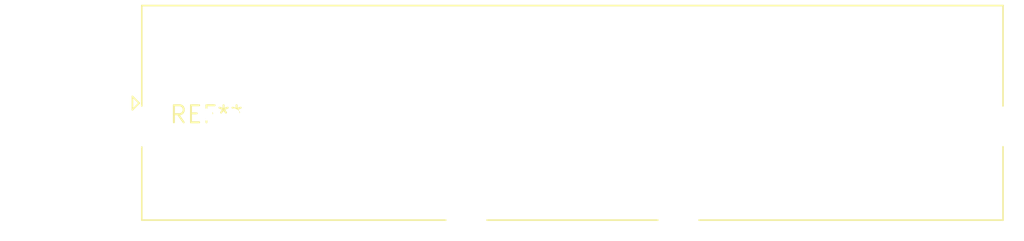
<source format=kicad_pcb>
(kicad_pcb (version 20240108) (generator pcbnew)
  (layers (0 "F.Cu" signal) (31 "B.Cu" signal) (34 "B.Paste" user) (35 "F.Paste" user) (36 "B.SilkS" user "B.Silkscreen") (37 "F.SilkS" user "F.Silkscreen") (38 "B.Mask" user) (39 "F.Mask" user) (44 "Edge.Cuts" user))
  (net 0 "")
  (footprint "RJ45_Amphenol_RJHSE538X-04" (layer "F.Cu") (at 0 0)
    (property "Reference" "REF**")
    (property "Value" "RJ45_Amphenol_RJHSE538X-04")
    (fp_line (start -5.5 -1.35) (end -5 -0.85) (layer "F.SilkS") (stroke (width 0.12)))
    (fp_line (start -5.5 -0.35) (end -5.5 -1.35) (layer "F.SilkS") (stroke (width 0.12)))
    (fp_line (start -5 -0.85) (end -5.5 -0.35) (layer "F.SilkS") (stroke (width 0.12)))
    (fp_line (start -4.805 -8.11) (end -4.805 -0.64) (layer "F.SilkS") (stroke (width 0.12)))
    (fp_line (start -4.805 -8.11) (end 59.175 -8.11) (layer "F.SilkS") (stroke (width 0.12)))
    (fp_line (start -4.805 7.86) (end -4.805 2.42) (layer "F.SilkS") (stroke (width 0.12)))
    (fp_line (start -4.805 7.86) (end 17.78 7.86) (layer "F.SilkS") (stroke (width 0.12)))
    (fp_line (start 33.53 7.86) (end 20.84 7.86) (layer "F.SilkS") (stroke (width 0.12)))
    (fp_line (start 36.59 7.86) (end 59.175 7.86) (layer "F.SilkS") (stroke (width 0.12)))
    (fp_line (start 59.175 -8.11) (end 59.175 -0.64) (layer "F.SilkS") (stroke (width 0.12)))
    (fp_line (start 59.175 7.86) (end 59.175 2.4) (layer "F.SilkS") (stroke (width 0.12)))
    (pad "" np_thru_hole circle (at -2.79 -2.54) (size 3.25 3.25) (drill 3.25) (layers *.Cu *.Mask))
    (pad "" np_thru_hole circle (at 57.15 -2.54) (size 3.25 3.25) (drill 3.25) (layers F&B.Cu *.Mask))
    (pad "1" thru_hole rect (at 0 0) (size 1.5 1.5) (drill 0.89) (layers *.Cu *.Mask) (remove_unused_layers))
    (pad "2" thru_hole circle (at 1.016 1.78) (size 1.5 1.5) (drill 0.89) (layers *.Cu *.Mask) (remove_unused_layers))
    (pad "3" thru_hole circle (at 2.032 0) (size 1.5 1.5) (drill 0.89) (layers *.Cu *.Mask) (remove_unused_layers))
    (pad "4" thru_hole circle (at 3.048 1.78) (size 1.5 1.5) (drill 0.89) (layers *.Cu *.Mask) (remove_unused_layers))
    (pad "5" thru_hole circle (at 4.064 0) (size 1.5 1.5) (drill 0.89) (layers *.Cu *.Mask) (remove_unused_layers))
    (pad "6" thru_hole circle (at 5.08 1.78) (size 1.5 1.5) (drill 0.89) (layers *.Cu *.Mask) (remove_unused_layers))
    (pad "7" thru_hole circle (at 6.096 0) (size 1.5 1.5) (drill 0.89) (layers *.Cu *.Mask) (remove_unused_layers))
    (pad "8" thru_hole circle (at 7.112 1.78) (size 1.5 1.5) (drill 0.89) (layers *.Cu *.Mask) (remove_unused_layers))
    (pad "9" thru_hole circle (at -3.3 6.6) (size 1.5 1.5) (drill 0.89) (layers *.Cu *.Mask) (remove_unused_layers))
    (pad "10" thru_hole circle (at -1.01 6.6) (size 1.5 1.5) (drill 0.89) (layers *.Cu *.Mask) (remove_unused_layers))
    (pad "11" thru_hole circle (at 8.13 6.6) (size 1.5 1.5) (drill 0.89) (layers *.Cu *.Mask) (remove_unused_layers))
    (pad "12" thru_hole circle (at 10.42 6.6) (size 1.5 1.5) (drill 0.89) (layers *.Cu *.Mask) (remove_unused_layers))
    (pad "13" thru_hole circle (at 15.75 0) (size 1.5 1.5) (drill 0.89) (layers *.Cu *.Mask) (remove_unused_layers))
    (pad "14" thru_hole circle (at 16.766 1.78) (size 1.5 1.5) (drill 0.89) (layers *.Cu *.Mask) (remove_unused_layers))
    (pad "15" thru_hole circle (at 17.782 0) (size 1.5 1.5) (drill 0.89) (layers *.Cu *.Mask) (remove_unused_layers))
    (pad "16" thru_hole circle (at 18.798 1.78) (size 1.5 1.5) (drill 0.89) (layers *.Cu *.Mask) (remove_unused_layers))
    (pad "17" thru_hole circle (at 19.814 0) (size 1.5 1.5) (drill 0.89) (layers *.Cu *.Mask) (remove_unused_layers))
    (pad "18" thru_hole circle (at 20.83 1.78) (size 1.5 1.5) (drill 0.89) (layers *.Cu *.Mask) (remove_unused_layers))
    (pad "19" thru_hole circle (at 21.846 0) (size 1.5 1.5) (drill 0.89) (layers *.Cu *.Mask) (remove_unused_layers))
    (pad "20" thru_hole circle (at 22.862 1.78) (size 1.5 1.5) (drill 0.89) (layers *.Cu *.Mask) (remove_unused_layers))
    (pad "21" thru_hole circle (at 12.45 6.6) (size 1.5 1.5) (drill 0.89) (layers *.Cu *.Mask) (remove_unused_layers))
    (pad "22" thru_hole circle (at 14.74 6.6) (size 1.5 1.5) (drill 0.89) (layers *.Cu *.Mask) (remove_unused_layers))
    (pad "23" thru_hole circle (at 23.88 6.6) (size 1.5 1.5) (drill 0.89) (layers *.Cu *.Mask) (remove_unused_layers))
    (pad "24" thru_hole circle (at 26.17 6.6) (size 1.5 1.5) (drill 0.89) (layers *.Cu *.Mask) (remove_unused_layers))
    (pad "25" thru_hole circle (at 31.5 0) (size 1.5 1.5) (drill 0.89) (layers *.Cu *.Mask) (remove_unused_layers))
    (pad "26" thru_hole circle (at 32.516 1.78) (size 1.5 1.5) (drill 0.89) (layers *.Cu *.Mask) (remove_unused_layers))
    (pad "27" thru_hole circle (at 33.532 0) (size 1.5 1.5) (drill 0.89) (layers *.Cu *.Mask) (remove_unused_layers))
    (pad "28" thru_hole circle (at 34.548 1.78) (size 1.5 1.5) (drill 0.89) (layers *.Cu *.Mask) (remove_unused_layers))
    (pad "29" thru_hole circle (at 35.564 0) (size 1.5 1.5) (drill 0.89) (layers *.Cu *.Mask) (remove_unused_layers))
    (pad "30" thru_hole circle (at 36.58 1.78) (size 1.5 1.5) (drill 0.89) (layers *.Cu *.Mask) (remove_unused_layers))
    (pad "31" thru_hole circle (at 37.596 0) (size 1.5 1.5) (drill 0.89) (layers *.Cu *.Mask) (remove_unused_layers))
    (pad "32" thru_hole circle (at 38.612 1.78) (size 1.5 1.5) (drill 0.89) (layers *.Cu *.Mask) (remove_unused_layers))
    (pad "33" thru_hole circle (at 28.2 6.6) (size 1.5 1.5) (drill 0.89) (layers *.Cu *.Mask) (remove_unused_layers))
    (pad "34" thru_hole circle (at 30.49 6.6) (size 1.5 1.5) (drill 0.89) (layers *.Cu *.Mask) (remove_unused_layers))
    (pad "35" thru_hole circle (at 39.63 6.6) (size 1.5 1.5) (drill 0.89) (layers *.Cu *.Mask) (remove_unused_layers))
    (pad "36" thru_hole circle (at 41.92 6.6) (size 1.5 1.5) (drill 0.89) (layers *.Cu *.Mask) (remove_unused_layers))
    (pad "37" thru_hole circle (at 47.25 0) (size 1.5 1.5) (drill 0.89) (layers *.Cu *.Mask) (remove_unused_layers))
    (pad "38" thru_hole circle (at 48.266 1.78) (size 1.5 1.5) (drill 0.89) (layers *.Cu *.Mask) (remove_unused_layers))
    (pad "39" thru_hole circle (at 49.282 0) (size 1.5 1.5) (drill 0.89) (layers *.Cu *.Mask) (remove_unused_layers))
    (pad "40" thru_hole circle (at 50.298 1.78) (size 1.5 1.5) (drill 0.89) (layers *.Cu *.Mask) (remove_unused_layers))
    (pad "41" thru_hole circle (at 51.314 0) (size 1.5 1.5) (drill 0.89) (layers *.Cu *.Mask) (remove_unused_layers))
    (pad "42" thru_hole circle (at 52.33 1.78) (size 1.5 1.5) (drill 0.89) (layers *.Cu *.Mask) (remove_unused_layers))
    (pad "43" thru_hole circle (at 53.346 0) (size 1.5 1.5) (drill 0.89) (layers *.Cu *.Mask) (remove_unused_layers))
    (pad "44" thru_hole circle (at 54.362 1.78) (size 1.5 1.5) (drill 0.89) (layers *.Cu *.Mask) (remove_unused_layers))
    (pad "45" thru_hole circle (at 43.95 6.6) (size 1.5 1.5) (drill 0.89) (layers *.Cu *.Mask) (remove_unused_layers))
    (pad "46" thru_hole circle (at 46.24 6.6) (size 1.5 1.5) (drill 0.89) (layers *.Cu *.Mask) (remove_unused_layers))
    (pad "47" thru_hole circle (at 55.38 6.6) (size 1.5 1.5) (drill 0.89) (layers *.Cu *.Mask) (remove_unused_layers))
    (pad "48" thru_hole circle (at 57.67 6.6) (size 1.5 1.5) (drill 0.89) (layers *.Cu *.Mask) (remove_unused_layers))
    (pad "SH" thru_hole circle (at -4.57 0.89) (size 2.57 2.57) (drill 1.57) (layers *.Cu *.Mask) (remove_unused_layers))
    (pad "SH" thru_hole circle (at 19.31 7.62) (size 2.57 2.57) (drill 1.57) (layers *.Cu *.Mask) (remove_unused_layers))
    (pad "SH" thru_hole circle (at 35.06 7.62) (size 2.57 2.57) (drill 1.57) (layers *.Cu *.Mask) (remove_unused_layers))
    (pad "SH" thru_hole circle (at 58.93 0.89) (size 2.57 2.57) (drill 1.57) (layers *.Cu *.Mask) (remove_unused_layers))
  )
)
</source>
